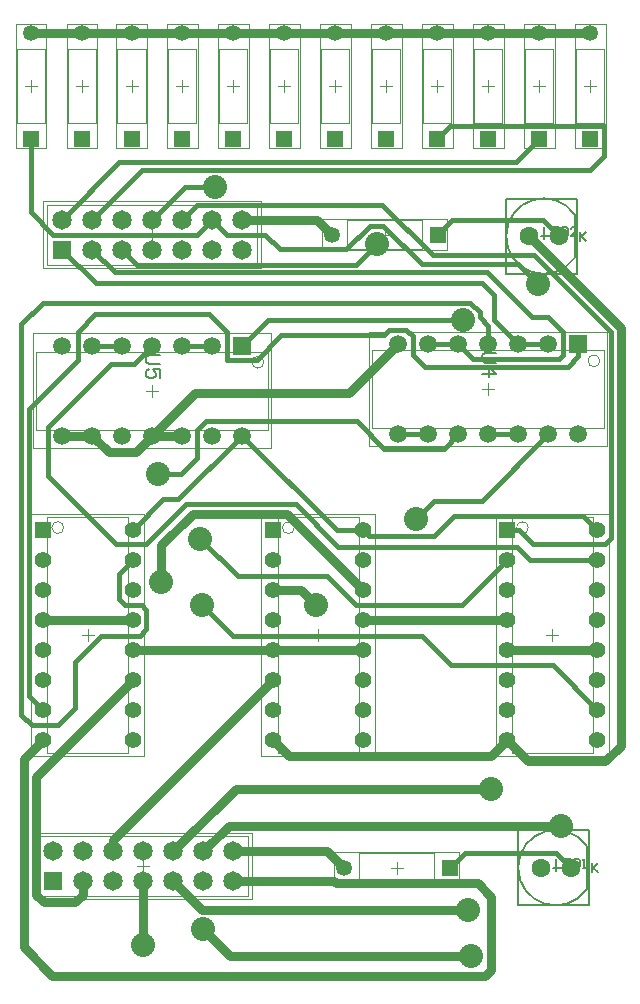
<source format=gbl>
G04*
G04 #@! TF.GenerationSoftware,Altium Limited,Altium Designer,22.9.1 (49)*
G04*
G04 Layer_Physical_Order=2*
G04 Layer_Color=16711680*
%FSLAX44Y44*%
%MOMM*%
G71*
G04*
G04 #@! TF.SameCoordinates,78882AB9-2C9C-495A-B56B-01B9E16356B5*
G04*
G04*
G04 #@! TF.FilePolarity,Positive*
G04*
G01*
G75*
%ADD12C,0.2000*%
%ADD14C,0.1524*%
%ADD15C,0.1500*%
%ADD16C,0.1000*%
%ADD17C,0.0500*%
%ADD29C,0.3810*%
%ADD30C,0.7620*%
%ADD31R,1.3500X1.3500*%
%ADD32C,1.3500*%
%ADD33C,1.4000*%
%ADD34R,1.4000X1.4000*%
%ADD35C,1.5000*%
%ADD36R,1.5000X1.5000*%
%ADD37C,1.6000*%
%ADD38R,1.3500X1.3500*%
%ADD39C,1.6500*%
%ADD40R,1.6500X1.6500*%
%ADD41C,2.0320*%
D12*
X720090Y518160D02*
X779780D01*
Y454660D02*
Y518160D01*
X720090Y454660D02*
X779780D01*
X720090D02*
Y518160D01*
X709930Y1052830D02*
X769620D01*
Y989330D02*
Y1052830D01*
X709930Y989330D02*
X769620D01*
X709930D02*
Y1052830D01*
X778510Y504190D02*
G03*
X778005Y467950I-26526J-17754D01*
G01*
X768350Y1038860D02*
G03*
X767845Y1002620I-26526J-17754D01*
G01*
X778510Y468630D02*
Y504190D01*
X749300Y486410D02*
X754380D01*
X751840Y483870D02*
Y488950D01*
X768350Y1003300D02*
Y1038860D01*
X739140Y1021080D02*
X744220D01*
X741680Y1018540D02*
Y1023620D01*
D14*
X751840Y494027D02*
Y486410D01*
X756918D01*
X764536Y494027D02*
X759457D01*
Y486410D01*
X764536D01*
X759457Y490219D02*
X761997D01*
X767075Y494027D02*
Y486410D01*
X770884D01*
X772153Y487680D01*
Y492758D01*
X770884Y494027D01*
X767075D01*
X774693Y486410D02*
X777232D01*
X775962D01*
Y494027D01*
X774693Y492758D01*
X782320Y490218D02*
Y482600D01*
Y485139D01*
X787398Y490218D01*
X783590Y486409D01*
X787398Y482600D01*
X741680Y1028698D02*
Y1021080D01*
X746758D01*
X754376Y1028698D02*
X749297D01*
Y1021080D01*
X754376D01*
X749297Y1024889D02*
X751837D01*
X756915Y1028698D02*
Y1021080D01*
X760724D01*
X761993Y1022350D01*
Y1027428D01*
X760724Y1028698D01*
X756915D01*
X769611Y1021080D02*
X764533D01*
X769611Y1026158D01*
Y1027428D01*
X768341Y1028698D01*
X765802D01*
X764533Y1027428D01*
X772160Y1024887D02*
Y1017270D01*
Y1019809D01*
X777238Y1024887D01*
X773430Y1021079D01*
X777238Y1017270D01*
D15*
X701606Y922020D02*
X691609D01*
X689610Y920021D01*
Y916022D01*
X691609Y914023D01*
X701606D01*
X689610Y904026D02*
X701606D01*
X695608Y910024D01*
Y902027D01*
X417126Y920750D02*
X407129D01*
X405130Y918751D01*
Y914752D01*
X407129Y912753D01*
X417126D01*
Y900757D02*
Y908754D01*
X411128D01*
X413127Y904755D01*
Y902756D01*
X411128Y900757D01*
X407129D01*
X405130Y902756D01*
Y906755D01*
X407129Y908754D01*
D16*
X335350Y774260D02*
G03*
X335350Y774260I-5000J0D01*
G01*
X789190Y915540D02*
G03*
X789190Y915540I-5000J0D01*
G01*
X530473Y774260D02*
G03*
X530473Y774260I-5000J0D01*
G01*
X728710D02*
G03*
X728710Y774260I-5000J0D01*
G01*
X504710Y914270D02*
G03*
X504710Y914270I-5000J0D01*
G01*
X769050Y1116580D02*
X793050D01*
X769050D02*
Y1179580D01*
X793050Y1116580D02*
Y1179580D01*
X769050D02*
X793050D01*
X725870Y1116580D02*
X749870D01*
X725870D02*
Y1179580D01*
X749870Y1116580D02*
Y1179580D01*
X725870D02*
X749870D01*
X682690Y1116580D02*
X706690D01*
X682690D02*
Y1179580D01*
X706690Y1116580D02*
Y1179580D01*
X682690D02*
X706690D01*
X639510Y1116580D02*
X663510D01*
X639510D02*
Y1179580D01*
X663510Y1116580D02*
Y1179580D01*
X639510D02*
X663510D01*
X596330Y1116580D02*
X620330D01*
X596330D02*
Y1179580D01*
X620330Y1116580D02*
Y1179580D01*
X596330D02*
X620330D01*
X553150Y1116580D02*
X577150D01*
X553150D02*
Y1179580D01*
X577150Y1116580D02*
Y1179580D01*
X553150D02*
X577150D01*
X509970Y1116580D02*
X533970D01*
X509970D02*
Y1179580D01*
X533970Y1116580D02*
Y1179580D01*
X509970D02*
X533970D01*
X466790Y1116580D02*
X490790D01*
X466790D02*
Y1179580D01*
X490790Y1116580D02*
Y1179580D01*
X466790D02*
X490790D01*
X423610Y1116580D02*
X447610D01*
X423610D02*
Y1179580D01*
X447610Y1116580D02*
Y1179580D01*
X423610D02*
X447610D01*
X380834Y1116580D02*
X404834D01*
X380834D02*
Y1179580D01*
X404834Y1116580D02*
Y1179580D01*
X380834D02*
X404834D01*
X338708Y1116580D02*
X362708D01*
X338708D02*
Y1179580D01*
X362708Y1116580D02*
Y1179580D01*
X338708D02*
X362708D01*
X295545Y1116580D02*
X319545D01*
X295545D02*
Y1179580D01*
X319545Y1116580D02*
Y1179580D01*
X295545D02*
X319545D01*
X321350Y583260D02*
X389850D01*
X321350Y783260D02*
X389850D01*
Y583260D02*
Y783260D01*
X321350Y583260D02*
Y783260D01*
X596190Y858540D02*
Y924540D01*
X793190Y858540D02*
Y924540D01*
X596190Y858540D02*
X793190D01*
X596190Y924540D02*
X793190D01*
X648720Y474410D02*
Y498410D01*
X585720Y474410D02*
X648720D01*
X585720Y498410D02*
X648720D01*
X585720Y474410D02*
Y498410D01*
X638560Y1010350D02*
Y1034350D01*
X575560Y1010350D02*
X638560D01*
X575560Y1034350D02*
X638560D01*
X575560Y1010350D02*
Y1034350D01*
X516473Y583260D02*
X584973D01*
X516473Y783260D02*
X584973D01*
Y583260D02*
Y783260D01*
X516473Y583260D02*
Y783260D01*
X321310Y1047750D02*
X499110D01*
Y996950D02*
Y1047750D01*
X321310Y996950D02*
X499110D01*
X321310D02*
Y1047750D01*
X714710Y583260D02*
X783210D01*
X714710Y783260D02*
X783210D01*
Y583260D02*
Y783260D01*
X714710Y583260D02*
Y783260D01*
X311710Y857270D02*
Y923270D01*
X508710Y857270D02*
Y923270D01*
X311710Y857270D02*
X508710D01*
X311710Y923270D02*
X508710D01*
X313690Y513080D02*
X491490D01*
Y462280D02*
Y513080D01*
X313690Y462280D02*
X491490D01*
X313690D02*
Y513080D01*
X776050Y1148080D02*
X786050D01*
X781050Y1143080D02*
Y1153080D01*
X732870Y1148080D02*
X742870D01*
X737870Y1143080D02*
Y1153080D01*
X689690Y1148080D02*
X699690D01*
X694690Y1143080D02*
Y1153080D01*
X646510Y1148080D02*
X656510D01*
X651510Y1143080D02*
Y1153080D01*
X603330Y1148080D02*
X613330D01*
X608330Y1143080D02*
Y1153080D01*
X560150Y1148080D02*
X570150D01*
X565150Y1143080D02*
Y1153080D01*
X516970Y1148080D02*
X526970D01*
X521970Y1143080D02*
Y1153080D01*
X473790Y1148080D02*
X483790D01*
X478790Y1143080D02*
Y1153080D01*
X430610Y1148080D02*
X440610D01*
X435610Y1143080D02*
Y1153080D01*
X387835Y1148080D02*
X397835D01*
X392834Y1143080D02*
Y1153080D01*
X345708Y1148080D02*
X355708D01*
X350708Y1143080D02*
Y1153080D01*
X302546Y1148080D02*
X312546D01*
X307545Y1143080D02*
Y1153080D01*
X355600Y678260D02*
Y688260D01*
X350600Y683260D02*
X360600D01*
X689690Y891540D02*
X699690D01*
X694690Y886540D02*
Y896540D01*
X617220Y481410D02*
Y491410D01*
X612220Y486410D02*
X622220D01*
X607060Y1017350D02*
Y1027350D01*
X602060Y1022350D02*
X612060D01*
X550723Y678260D02*
Y688260D01*
X545723Y683260D02*
X555723D01*
X748960Y678260D02*
Y688260D01*
X743960Y683260D02*
X753960D01*
X405210Y890270D02*
X415210D01*
X410210Y885270D02*
Y895270D01*
D17*
X768050Y1200830D02*
X794050D01*
X768050Y1095330D02*
Y1200830D01*
X794050Y1095330D02*
Y1200830D01*
X768050Y1095330D02*
X794050D01*
X724870Y1200830D02*
X750870D01*
X724870Y1095330D02*
Y1200830D01*
X750870Y1095330D02*
Y1200830D01*
X724870Y1095330D02*
X750870D01*
X681690Y1200830D02*
X707690D01*
X681690Y1095330D02*
Y1200830D01*
X707690Y1095330D02*
Y1200830D01*
X681690Y1095330D02*
X707690D01*
X638510Y1200830D02*
X664510D01*
X638510Y1095330D02*
Y1200830D01*
X664510Y1095330D02*
Y1200830D01*
X638510Y1095330D02*
X664510D01*
X595330Y1200830D02*
X621330D01*
X595330Y1095330D02*
Y1200830D01*
X621330Y1095330D02*
Y1200830D01*
X595330Y1095330D02*
X621330D01*
X552150Y1200830D02*
X578150D01*
X552150Y1095330D02*
Y1200830D01*
X578150Y1095330D02*
Y1200830D01*
X552150Y1095330D02*
X578150D01*
X508970Y1200830D02*
X534970D01*
X508970Y1095330D02*
Y1200830D01*
X534970Y1095330D02*
Y1200830D01*
X508970Y1095330D02*
X534970D01*
X465790Y1200830D02*
X491790D01*
X465790Y1095330D02*
Y1200830D01*
X491790Y1095330D02*
Y1200830D01*
X465790Y1095330D02*
X491790D01*
X422610Y1200830D02*
X448610D01*
X422610Y1095330D02*
Y1200830D01*
X448610Y1095330D02*
Y1200830D01*
X422610Y1095330D02*
X448610D01*
X379835Y1200830D02*
X405835D01*
X379835Y1095330D02*
Y1200830D01*
X405835Y1095330D02*
Y1200830D01*
X379835Y1095330D02*
X405835D01*
X337708Y1200830D02*
X363708D01*
X337708Y1095330D02*
Y1200830D01*
X363708Y1095330D02*
Y1200830D01*
X337708Y1095330D02*
X363708D01*
X294545Y1200830D02*
X320546D01*
X294545Y1095330D02*
Y1200830D01*
X320546Y1095330D02*
Y1200830D01*
X294545Y1095330D02*
X320546D01*
X307600Y580760D02*
X403600D01*
X307600Y785760D02*
X403600D01*
Y580760D02*
Y785760D01*
X307600Y580760D02*
Y785760D01*
X593690Y843040D02*
Y940040D01*
X795690Y843040D02*
Y940040D01*
X593690Y843040D02*
X795690D01*
X593690Y940040D02*
X795690D01*
X564470Y473410D02*
Y499410D01*
Y473410D02*
X669970D01*
X564470Y499410D02*
X669970D01*
Y473410D02*
Y499410D01*
X554310Y1009350D02*
Y1035350D01*
Y1009350D02*
X659810D01*
X554310Y1035350D02*
X659810D01*
Y1009350D02*
Y1035350D01*
X502723Y580760D02*
X598723D01*
X502723Y785760D02*
X598723D01*
Y580760D02*
Y785760D01*
X502723Y580760D02*
Y785760D01*
X317810Y994200D02*
Y1050500D01*
Y994200D02*
X502610D01*
Y1050500D01*
X317810D02*
X502610D01*
X410210Y1017350D02*
Y1027350D01*
X405210Y1022350D02*
X415210D01*
X700960Y580760D02*
X796960D01*
X700960Y785760D02*
X796960D01*
Y580760D02*
Y785760D01*
X700960Y580760D02*
Y785760D01*
X309210Y841770D02*
Y938770D01*
X511210Y841770D02*
Y938770D01*
X309210Y841770D02*
X511210D01*
X309210Y938770D02*
X511210D01*
X310190Y459530D02*
Y515830D01*
Y459530D02*
X494990D01*
Y515830D01*
X310190D02*
X494990D01*
X402590Y482680D02*
Y492680D01*
X397590Y487680D02*
X407590D01*
D29*
X588823Y772160D02*
X594193Y766790D01*
X648462D01*
X665516Y783844D01*
X775376D01*
X787060Y772160D01*
X662220Y486410D02*
X674666Y498856D01*
X752094D01*
X764540Y486410D01*
X652060Y1022350D02*
X664252Y1034542D01*
X740918D01*
X754380Y1021080D01*
X582681Y996955D02*
X600202Y1014476D01*
X397505Y996955D02*
X582681D01*
X384810Y1009650D02*
X397505Y996955D01*
X710860Y772160D02*
X721051D01*
X732735Y760476D01*
X793806D01*
X798505Y765175D01*
Y939617D01*
X733298Y1004824D02*
X798505Y939617D01*
X647700Y1004824D02*
X733298D01*
X604779Y1047745D02*
X647700Y1004824D01*
X448305Y1047745D02*
X604779D01*
X435610Y1035050D02*
X448305Y1047745D01*
X452374Y708660D02*
X478790Y682244D01*
X638302D01*
X662940Y657606D01*
X749214D01*
X787060Y619760D01*
X461010Y1035050D02*
X473710Y1022350D01*
X505714D01*
X518160Y1009904D01*
X574675D01*
X594233Y1029462D01*
X606044D01*
X638326Y997180D01*
X719860D01*
X736600Y980440D01*
X730250Y746760D02*
X787060D01*
X718805Y758205D02*
X730250Y746760D01*
X567421Y758205D02*
X718805D01*
X531622Y794004D02*
X567421Y758205D01*
X438658Y794004D02*
X531622D01*
X405130Y760476D02*
X438658Y794004D01*
X379730Y760476D02*
X405130D01*
X321818Y818388D02*
X379730Y760476D01*
X321818Y818388D02*
Y859282D01*
X375666Y913130D01*
X394970D01*
X410210Y928370D01*
X633730Y781558D02*
X649224Y797052D01*
X689102D01*
X745490Y853440D01*
X432436Y798196D02*
X486410Y852170D01*
X419736Y798196D02*
X432436D01*
X393700Y772160D02*
X419736Y798196D01*
X450850Y765048D02*
X482600Y733298D01*
X558546D01*
X583184Y708660D01*
X672760D01*
X710860Y746760D01*
X415036Y819404D02*
X434340D01*
X448310Y833374D01*
Y857250D01*
X455422Y864362D01*
X583438D01*
X606552Y841248D01*
X657098D01*
X669290Y853440D01*
X334010Y1009650D02*
X362458Y981202D01*
X689173D01*
X699460Y970915D01*
Y950270D02*
Y970915D01*
Y950270D02*
X720090Y929640D01*
X669290D02*
X681482Y917448D01*
X754380D01*
X757682Y920750D01*
Y939800D01*
X744982Y952500D02*
X757682Y939800D01*
X731753Y952500D02*
X744982D01*
X693648Y990605D02*
X731753Y952500D01*
X378455Y990605D02*
X693648D01*
X359410Y1009650D02*
X378455Y990605D01*
X382016Y735076D02*
X393700Y746760D01*
X382016Y713994D02*
Y735076D01*
Y713994D02*
X387350Y708660D01*
X401574D01*
X405384Y704850D01*
Y688086D02*
Y704850D01*
X400050Y682752D02*
X405384Y688086D01*
X367030Y682752D02*
X400050D01*
X344678Y660400D02*
X367030Y682752D01*
X344678Y621538D02*
Y660400D01*
X330200Y607060D02*
X344678Y621538D01*
X308356Y607060D02*
X330200D01*
X299466Y615950D02*
X308356Y607060D01*
X299466Y615950D02*
Y946658D01*
X317500Y964692D01*
X679323D01*
X687578Y956437D01*
Y952500D02*
Y956437D01*
Y952500D02*
X694690Y945388D01*
Y929640D02*
Y945388D01*
X305816Y631444D02*
X317500Y619760D01*
X305816Y631444D02*
Y874776D01*
X347218Y916178D01*
Y939800D01*
X362204Y954786D01*
X458724D01*
X473710Y939800D01*
Y916178D02*
Y939800D01*
Y916178D02*
X498602D01*
X519684Y937260D01*
X606552D01*
X611124Y941832D01*
X625475D01*
X630682Y936625D01*
Y920750D02*
Y936625D01*
Y920750D02*
X641096Y910336D01*
X762000D01*
X770890Y919226D01*
Y929640D01*
X566420Y772160D02*
X588823D01*
X486410Y852170D02*
X566420Y772160D01*
X486410Y928370D02*
X508000Y949960D01*
X673100D01*
X437642Y1062482D02*
X463042D01*
X410210Y1035050D02*
X437642Y1062482D01*
X359410Y1035050D02*
X401447Y1077087D01*
X781050D01*
X792480Y1088517D01*
Y1114044D01*
X792226Y1114298D02*
X792480Y1114044D01*
X662728Y1114298D02*
X792226D01*
X651510Y1103080D02*
X662728Y1114298D01*
X334010Y1035050D02*
X382397Y1083437D01*
X718227D01*
X737870Y1103080D01*
X307545Y1041400D02*
Y1103080D01*
Y1041400D02*
X326595Y1022350D01*
X448310D01*
X461010Y1035050D01*
X720090Y929640D02*
X745490D01*
X643890D02*
X669290D01*
X618490Y853440D02*
X643890D01*
X694690D02*
X720090D01*
X435610Y928370D02*
X461010D01*
X359410D02*
X384810D01*
D30*
X728980Y1021080D02*
X806760Y943300D01*
Y589590D02*
Y943300D01*
X793750Y576580D02*
X806760Y589590D01*
X728640Y576580D02*
X793750D01*
X710860Y594360D02*
X728640Y576580D01*
X512623Y594360D02*
X526085Y580898D01*
X697398D01*
X710860Y594360D01*
X486410Y1035050D02*
X549360D01*
X562060Y1022350D01*
X576958Y888108D02*
X618490Y929640D01*
X446148Y888108D02*
X576958D01*
X410210Y852170D02*
X446148Y888108D01*
X359410Y852170D02*
X373380Y838200D01*
X396240D01*
X410210Y852170D01*
X351790Y463550D02*
Y474980D01*
X345186Y456946D02*
X351790Y463550D01*
X318262Y456946D02*
X345186D01*
X311658Y463550D02*
X318262Y456946D01*
X311658Y463550D02*
Y563118D01*
X393700Y645160D01*
X512623Y721360D02*
X536448D01*
X549148Y708660D01*
X417957Y728092D02*
Y759182D01*
X444398Y785622D01*
X524561D01*
X588823Y721360D01*
X452120Y450850D02*
X677672D01*
X427990Y474980D02*
X452120Y450850D01*
X427990Y500380D02*
X480822Y553212D01*
X696722D01*
X453390Y434340D02*
X475996Y411734D01*
X680466D01*
X453390Y500380D02*
X474980Y521970D01*
X756666D01*
X402590Y420624D02*
Y474980D01*
X478790D02*
X563880D01*
X565658Y473202D01*
X685800D01*
X697070Y461932D01*
Y399936D02*
Y461932D01*
X692150Y395016D02*
X697070Y399936D01*
X325582Y395016D02*
X692150D01*
X301498Y419100D02*
X325582Y395016D01*
X301498Y419100D02*
Y578358D01*
X317500Y594360D01*
X377190Y500380D02*
Y509727D01*
X512623Y645160D01*
X478790Y500380D02*
X558250D01*
X572220Y486410D01*
X478790Y1193080D02*
X521970D01*
X435610D02*
X478790D01*
X307545D02*
X350708D01*
X392834D02*
X435610D01*
X350708D02*
X392834D01*
X694690D02*
X737870D01*
X781050D01*
X521970D02*
X565150D01*
X651510D02*
X694690D01*
X565150D02*
X608330D01*
X651510D01*
X410210Y852170D02*
X435610D01*
X334010D02*
X359410D01*
X710860Y670560D02*
X787060D01*
X512623D02*
X588823D01*
Y695960D02*
X710860D01*
X317500D02*
X393700D01*
Y670560D02*
X512623D01*
D31*
X781050Y1103080D02*
D03*
X737870D02*
D03*
X694690D02*
D03*
X651510D02*
D03*
X608330D02*
D03*
X565150D02*
D03*
X521970D02*
D03*
X478790D02*
D03*
X435610D02*
D03*
X392834D02*
D03*
X350708D02*
D03*
X307545D02*
D03*
D32*
X781050Y1193080D02*
D03*
X737870D02*
D03*
X694690D02*
D03*
X651510D02*
D03*
X608330D02*
D03*
X565150D02*
D03*
X521970D02*
D03*
X478790D02*
D03*
X435610D02*
D03*
X392834D02*
D03*
X350708D02*
D03*
X307545D02*
D03*
X572220Y486410D02*
D03*
X562060Y1022350D02*
D03*
D33*
X393700Y594360D02*
D03*
Y619760D02*
D03*
Y645160D02*
D03*
Y670560D02*
D03*
Y695960D02*
D03*
Y721360D02*
D03*
Y746760D02*
D03*
Y772160D02*
D03*
X317500Y594360D02*
D03*
Y619760D02*
D03*
Y645160D02*
D03*
Y670560D02*
D03*
Y695960D02*
D03*
Y721360D02*
D03*
Y746760D02*
D03*
X588823Y594360D02*
D03*
Y619760D02*
D03*
Y645160D02*
D03*
Y670560D02*
D03*
Y695960D02*
D03*
Y721360D02*
D03*
Y746760D02*
D03*
Y772160D02*
D03*
X512623Y594360D02*
D03*
Y619760D02*
D03*
Y645160D02*
D03*
Y670560D02*
D03*
Y695960D02*
D03*
Y721360D02*
D03*
Y746760D02*
D03*
X787060Y594360D02*
D03*
Y619760D02*
D03*
Y645160D02*
D03*
Y670560D02*
D03*
Y695960D02*
D03*
Y721360D02*
D03*
Y746760D02*
D03*
Y772160D02*
D03*
X710860Y594360D02*
D03*
Y619760D02*
D03*
Y645160D02*
D03*
Y670560D02*
D03*
Y695960D02*
D03*
Y721360D02*
D03*
Y746760D02*
D03*
D34*
X317500Y772160D02*
D03*
X512623D02*
D03*
X710860D02*
D03*
D35*
X618490Y853440D02*
D03*
X643890D02*
D03*
X669290D02*
D03*
X694690D02*
D03*
X720090D02*
D03*
X745490D02*
D03*
X770890D02*
D03*
X618490Y929640D02*
D03*
X643890D02*
D03*
X669290D02*
D03*
X694690D02*
D03*
X720090D02*
D03*
X745490D02*
D03*
X334010Y852170D02*
D03*
X359410D02*
D03*
X384810D02*
D03*
X410210D02*
D03*
X435610D02*
D03*
X461010D02*
D03*
X486410D02*
D03*
X334010Y928370D02*
D03*
X359410D02*
D03*
X384810D02*
D03*
X410210D02*
D03*
X435610D02*
D03*
X461010D02*
D03*
D36*
X770890Y929640D02*
D03*
X486410Y928370D02*
D03*
D37*
X764540Y486410D02*
D03*
X739140D02*
D03*
X754380Y1021080D02*
D03*
X728980D02*
D03*
D38*
X662220Y486410D02*
D03*
X652060Y1022350D02*
D03*
D39*
X410210Y1035050D02*
D03*
Y1009650D02*
D03*
X384810Y1035050D02*
D03*
Y1009650D02*
D03*
X334010Y1035050D02*
D03*
X359410Y1009650D02*
D03*
Y1035050D02*
D03*
X435610Y1009650D02*
D03*
Y1035050D02*
D03*
X461010Y1009650D02*
D03*
X486410D02*
D03*
X461010Y1035050D02*
D03*
X486410D02*
D03*
X402590Y500380D02*
D03*
Y474980D02*
D03*
X377190Y500380D02*
D03*
Y474980D02*
D03*
X326390Y500380D02*
D03*
X351790Y474980D02*
D03*
Y500380D02*
D03*
X427990Y474980D02*
D03*
Y500380D02*
D03*
X453390Y474980D02*
D03*
X478790D02*
D03*
X453390Y500380D02*
D03*
X478790D02*
D03*
D40*
X334010Y1009650D02*
D03*
X326390Y474980D02*
D03*
D41*
X600202Y1014476D02*
D03*
X452374Y708660D02*
D03*
X736600Y980440D02*
D03*
X549148Y708660D02*
D03*
X417957Y728092D02*
D03*
X677672Y450850D02*
D03*
X696722Y553212D02*
D03*
X453390Y434340D02*
D03*
X680466Y411734D02*
D03*
X756666Y521970D02*
D03*
X633730Y781558D02*
D03*
X450850Y765048D02*
D03*
X415036Y819404D02*
D03*
X673100Y949960D02*
D03*
X463042Y1062482D02*
D03*
X402590Y420624D02*
D03*
M02*

</source>
